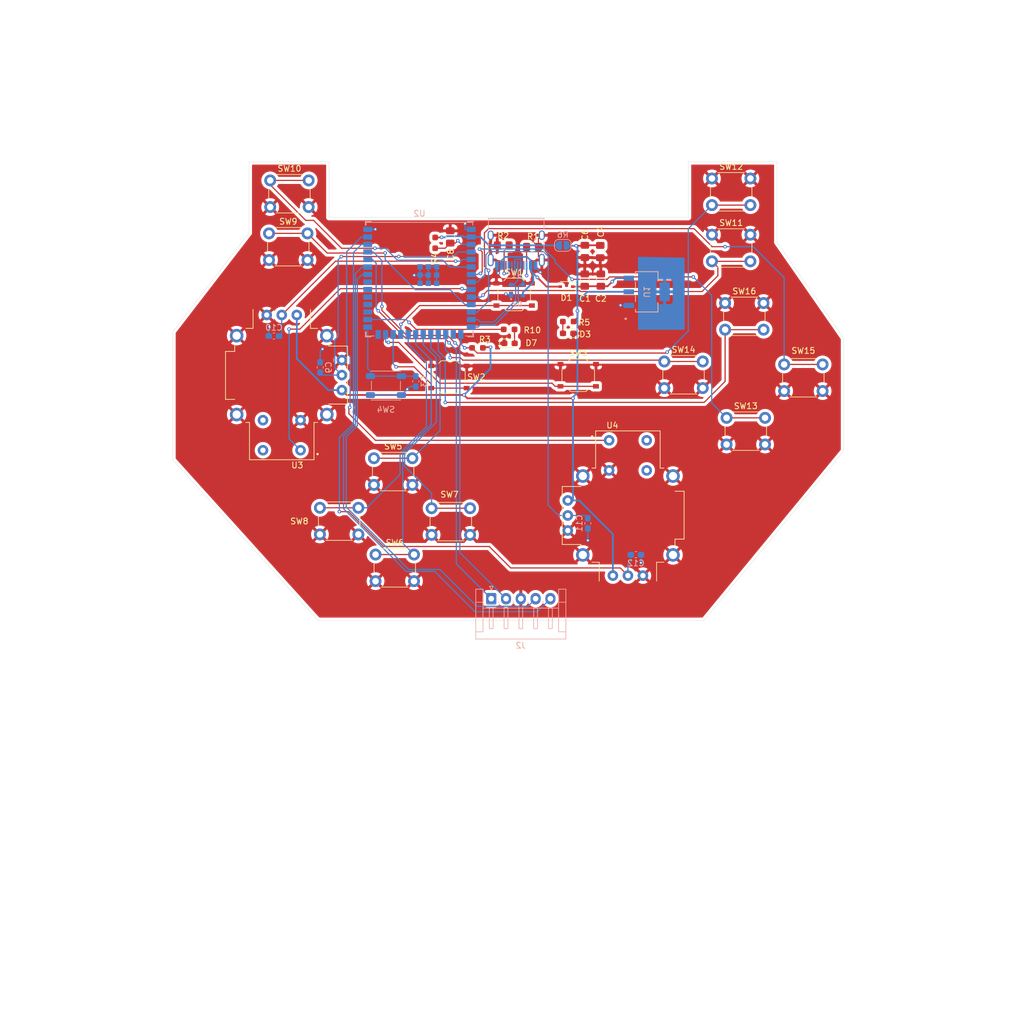
<source format=kicad_pcb>
(kicad_pcb (version 20241229) (generator "pcbnew") (generator_version "9.0")
  (layers (0 "F.Cu" signal) (2 "B.Cu" signal) (13 "F.Paste" user) (15 "B.Paste" user) (5 "F.SilkS" user "F.Silkscreen") (7 "B.SilkS" user "B.Silkscreen") (1 "F.Mask" user) (3 "B.Mask" user) (25 "Edge.Cuts" user))
  (net 0 "")
  (net 1 "GND")
  (net 2 "VCC_5V")
  (net 3 "GPIO0")
  (net 4 "VCC_3V3")
  (net 5 "/CHIP_PU")
  (net 6 "VBUS")
  (net 7 "D+")
  (net 8 "D-")
  (net 9 "Net-(D3-A)")
  (net 10 "Net-(D7-A)")
  (net 12 "/CC2")
  (net 13 "/CC1")
  (net 15 "TXD0")
  (net 16 "RXD0")
  (net 17 "GPIO42")
  (net 18 "GPIO41")
  (net 19 "GPIO2")
  (net 20 "GPIO8")
  (net 21 "GPIO1")
  (net 22 "GPIO15")
  (net 23 "GPIO7")
  (net 24 "GPIO10")
  (net 25 "GPIO9")
  (net 26 "GPIO11")
  (net 27 "GPIO12")
  (net 28 "GPIO14")
  (net 29 "GPIO16")
  (net 30 "GPIO5")
  (net 31 "GPIO13")
  (net 32 "GPIO4")
  (net 33 "GPIO18")
  (net 34 "GPIO6")
  (net 35 "GPIO17")
  (net 36 "GPIO3")
  (net 37 "ESP_3.3V")
  (net 38 "GPIO38")
  (net 39 "GPIO37")
  (net 40 "GPIO36")
  (net 41 "GPIO35")
  (net 42 "GPIO21")
  (net 43 "GPIO47")
  (net 44 "GPIO48")
  (net 45 "unconnected-(U1-EPAD-Pad4)")
  (footprint "Capacitor_SMD:C_0805_2012Metric_Pad1.18x1.45mm_HandSolder" (layer "F.Cu") (at 130.775 56.75 90)
    (property "Reference" "C8")
    (property "Value" "1uF")
  )
  (footprint "Button_Switch_THT:SW_PUSH_6mm" (layer "F.Cu") (at 100.15 56.15)
    (property "Reference" "SW9")
    (property "Value" "SW_Push")
  )
  (footprint "COM_09032:XDCR_COM-09032" (layer "F.Cu") (at 160.8 103.825)
    (property "Reference" "U4")
    (property "Value" "COM-09032")
  )
  (footprint "Button_Switch_THT:SW_PUSH_6mm" (layer "F.Cu") (at 175 46.875)
    (property "Reference" "SW12")
    (property "Value" "SW_Push")
  )
  (footprint "Button_Switch_THT:SW_PUSH_6mm" (layer "F.Cu") (at 193.7 82.8 180)
    (property "Reference" "SW15")
    (property "Value" "SW_Push")
  )
  (footprint "Button_Switch_THT:SW_PUSH_6mm" (layer "F.Cu") (at 134.125 107.1 180)
    (property "Reference" "SW7")
    (property "Value" "SW_Push")
  )
  (footprint "footprints:SW_Push_1P1T_XKB_TS-1187A" (layer "F.Cu") (at 152.4 80.125)
    (property "Reference" "SW3")
    (property "Value" "SW_Push")
  )
  (footprint "footprints:SW_Push_1P1T_XKB_TS-1187A" (layer "F.Cu") (at 130.55 80.425)
    (property "Reference" "SW2")
    (property "Value" "SW_Push")
  )
  (footprint "Resistor_SMD:R_0805_2012Metric_Pad1.20x1.40mm_HandSolder" (layer "F.Cu") (at 144.675 58.45 180)
    (property "Reference" "R1")
    (property "Value" "5.1K")
  )
  (footprint "Button_Switch_THT:SW_PUSH_6mm" (layer "F.Cu") (at 117.875 94.15)
    (property "Reference" "SW5")
    (property "Value" "SW_Push")
  )
  (footprint "Resistor_SMD:R_0603_1608Metric_Pad0.98x0.95mm_HandSolder" (layer "F.Cu") (at 140.725 72.375)
    (property "Reference" "R10")
    (property "Value" "1K")
  )
  (footprint "Resistor_SMD:R_0603_1608Metric_Pad0.98x0.95mm_HandSolder" (layer "F.Cu") (at 128.225 57.75 90)
    (property "Reference" "R4")
    (property "Value" "10K")
  )
  (footprint "Button_Switch_THT:SW_PUSH_6mm" (layer "F.Cu") (at 118.15 110.425)
    (property "Reference" "SW6")
    (property "Value" "SW_Push")
  )
  (footprint "LED_SMD:LED_0603_1608Metric_Pad1.05x0.95mm_HandSolder" (layer "F.Cu") (at 150.7 73.05 180)
    (property "Reference" "D3")
    (property "Value" "LED")
  )
  (footprint "Button_Switch_THT:SW_PUSH_6mm" (layer "F.Cu") (at 177.475 87.325)
    (property "Reference" "SW13")
    (property "Value" "SW_Push")
  )
  (footprint "footprints:SW_Push_1P1T_XKB_TS-1187A" (layer "F.Cu") (at 141.575 66.475)
    (property "Reference" "SW1")
    (property "Value" "SW_Push")
  )
  (footprint "Button_Switch_THT:SW_PUSH_6mm" (layer "F.Cu") (at 115.25 107.025 180)
    (property "Reference" "SW8")
    (property "Value" "SW_Push")
  )
  (footprint "COM_09032:XDCR_COM-09032" (layer "F.Cu") (at 102.3 80.1 180)
    (property "Reference" "U3")
    (property "Value" "COM-09032")
  )
  (footprint "Capacitor_SMD:C_0805_2012Metric_Pad1.18x1.45mm_HandSolder" (layer "F.Cu") (at 153.525 59.2 -90)
    (property "Reference" "C6")
    (property "Value" "10uF")
  )
  (footprint "Capacitor_SMD:C_0805_2012Metric_Pad1.18x1.45mm_HandSolder" (layer "F.Cu") (at 153.5 64.05 90)
    (property "Reference" "C1")
    (property "Value" "10uF")
  )
  (footprint "LED_SMD:LED_0603_1608Metric_Pad1.05x0.95mm_HandSolder" (layer "F.Cu") (at 140.79 74.735)
    (property "Reference" "D7")
    (property "Value" "LED")
  )
  (footprint "Resistor_SMD:R_0603_1608Metric_Pad0.98x0.95mm_HandSolder" (layer "F.Cu") (at 135.375 75.5)
    (property "Reference" "R3")
    (property "Value" "1K")
  )
  (footprint "Capacitor_SMD:C_0805_2012Metric_Pad1.18x1.45mm_HandSolder" (layer "F.Cu") (at 156.225 64.05 90)
    (property "Reference" "C2")
    (property "Value" "0.1uF")
  )
  (footprint "Button_Switch_THT:SW_PUSH_6mm" (layer "F.Cu") (at 166.95 77.8)
    (property "Reference" "SW14")
    (property "Value" "SW_Push")
  )
  (footprint "Button_Switch_THT:SW_PUSH_6mm" (layer "F.Cu") (at 100.35 47.2)
    (property "Reference" "SW10")
    (property "Value" "SW_Push")
  )
  (footprint "Button_Switch_THT:SW_PUSH_6mm" (layer "F.Cu") (at 177.225 67.925)
    (property "Reference" "SW16")
    (property "Value" "SW_Push")
  )
  (footprint "Resistor_SMD:R_0805_2012Metric_Pad1.20x1.40mm_HandSolder" (layer "F.Cu") (at 139.725 58.2)
    (property "Reference" "R2")
    (property "Value" "5.1K")
  )
  (footprint "Button_Switch_THT:SW_PUSH_6mm" (layer "F.Cu") (at 175 56.375)
    (property "Reference" "SW11")
    (property "Value" "SW_Push")
  )
  (footprint "Capacitor_SMD:C_0805_2012Metric_Pad1.18x1.45mm_HandSolder" (layer "F.Cu") (at 156.125 59.225 -90)
    (property "Reference" "C4")
    (property "Value" "0.1uF")
  )
  (footprint "Diode_SMD:D_SOD-323" (layer "F.Cu") (at 150.425 65.15 180)
    (property "Reference" "D1")
    (property "Value" "1N5819WS")
  )
  (footprint "Resistor_SMD:R_0603_1608Metric_Pad0.98x0.95mm_HandSolder" (layer "F.Cu") (at 150.7125 71.05 180)
    (property "Reference" "R5")
    (property "Value" "1K")
  )
  (footprint "Button_Switch_SMD:SW_SPST_PTS647_Sx38" (layer "B.Cu") (at 119.9 81.875)
    (property "Reference" "SW4")
    (property "Value" "SW_Push")
  )
  (footprint "Capacitor_SMD:C_0603_1608Metric_Pad1.08x0.95mm_HandSolder" (layer "B.Cu") (at 154.025 105.15 -90)
    (property "Reference" "C11")
    (property "Value" "1uF")
  )
  (footprint "Capacitor_SMD:C_0603_1608Metric_Pad1.08x0.95mm_HandSolder" (layer "B.Cu") (at 124.95 81.1625 90)
    (property "Reference" "C3")
    (property "Value" "0.1uF")
  )
  (footprint "Capacitor_SMD:C_0603_1608Metric_Pad1.08x0.95mm_HandSolder" (layer "B.Cu") (at 108.8 78.8 90)
    (property "Reference" "C9")
    (property "Value" "1uF")
  )
  (footprint "AZ1117CH_3_3TRG1:SOT-223_DIO" (layer "B.Cu") (at 163.975 66.0285 90)
    (property "Reference" "U1")
    (property "Value" "AZ1117CH-3.3TRG1")
  )
  (footprint "PRTR5V0U2X_215:PRTR5V0U2X_215" (layer "B.Cu") (at 142.05 65.75 90)
    (property "Reference" "D2")
    (property "Value" "PRTR5V0U2X_215")
  )
  (footprint "Connector_JST:JST_EH_S5B-EH_1x05_P2.50mm_Horizontal" (layer "B.Cu") (at 137.7 117.8925)
    (property "Reference" "J2")
    (property "Value" "Conn_01x05_Pin")
  )
  (footprint "Jumper:SolderJumper-2_P1.3mm_Open_RoundedPad1.0x1.5mm" (layer "B.Cu") (at 149.8 58.175 180)
    (property "Reference" "R6")
    (property "Value" "0")
  )
  (footprint "Capacitor_SMD:C_0603_1608Metric_Pad1.08x0.95mm_HandSolder" (layer "B.Cu") (at 100.975 73.5 180)
    (property "Reference" "C10")
    (property "Value" "1uF")
  )
  (footprint "12402012E212A:USB_C_Receptacle_HRO_TYPE-C-31-M-12" (layer "B.Cu") (at 141.925 57.515)
    (property "Reference" "J1")
    (property "Value" "USB_C_Receptacle_USB2.0_16P")
  )
  (footprint "Capacitor_SMD:C_0603_1608Metric_Pad1.08x0.95mm_HandSolder" (layer "B.Cu") (at 162.15 110.45)
    (property "Reference" "C12")
    (property "Value" "1uF")
  )
  (footprint "PCM_Espressif:ESP32-S3-WROOM-1U" (layer "B.Cu") (at 125.575 63.74 180)
    (property "Reference" "U2")
    (property "Value" "ESP32-S3-WROOM-1U-N4")
  )
  (gr_line (start 186 44.025) (end 186 57.65) (stroke (width 0.05)) (layer "Edge.Cuts"))
  (gr_line (start 83.875 94.4) (end 83.875 72.8) (stroke (width 0.05)) (layer "Edge.Cuts"))
  (gr_line (start 186 57.650001) (end 197.275 73.875) (stroke (width 0.05)) (layer "Edge.Cuts"))
  (gr_line (start 197.275 73.875) (end 197.275 92.9) (stroke (width 0.05)) (layer "Edge.Cuts"))
  (gr_line (start 110.3 44.025) (end 96.775 44.025) (stroke (width 0.05)) (layer "Edge.Cuts"))
  (gr_line (start 171 53.45) (end 171 44.025) (stroke (width 0.05)) (layer "Edge.Cuts"))
  (gr_line (start 108.425 121.575) (end 83.875 94.4) (stroke (width 0.05)) (layer "Edge.Cuts"))
  (gr_line (start 173.65 121.575) (end 108.425 121.575) (stroke (width 0.05)) (layer "Edge.Cuts"))
  (gr_line (start 171 53.45) (end 110.3 53.45) (stroke (width 0.05)) (layer "Edge.Cuts"))
  (gr_line (start 197.275 92.9) (end 173.65 121.575) (stroke (width 0.05)) (layer "Edge.Cuts"))
  (gr_line (start 110.3 53.45) (end 110.3 44.025) (stroke (width 0.05)) (layer "Edge.Cuts"))
  (gr_line (start 83.875 72.8) (end 96.775 56.078396) (stroke (width 0.05)) (layer "Edge.Cuts"))
  (gr_line (start 171 44.025) (end 186 44.025) (stroke (width 0.05)) (layer "Edge.Cuts"))
  (gr_line (start 96.775 44.025) (end 96.775 56.078396) (stroke (width 0.05)) (layer "Edge.Cuts"))
  (segment (start 145.675 57.035) (end 146.245 56.465) (width 0.2) (layer "F.Cu") (net 1))
  (segment (start 145.675 58.45) (end 145.675 60.075) (width 0.2) (layer "F.Cu") (net 1))
  (segment (start 144.8 57.575) (end 144.8 56.575) (width 0.2) (layer "F.Cu") (net 1))
  (segment (start 145.675 58.45) (end 145.675 57.035) (width 0.2) (layer "F.Cu") (net 1))
  (segment (start 145.675 60.075) (end 146.245 60.645) (width 0.2) (layer "F.Cu") (net 1))
  (segment (start 145.675 58.45) (end 144.8 57.575) (width 0.2) (layer "F.Cu") (net 1))
  (via (at 162.9968 111.8148) (size 0.6) (drill 0.3) (layers "F.Cu" "B.Cu") (net 1))
  (via (at 138.8873 62.8593) (size 0.6) (drill 0.3) (layers "F.Cu" "B.Cu") (net 1))
  (via (at 123.512 82.4875) (size 0.6) (drill 0.3) (layers "F.Cu" "B.Cu") (net 1))
  (via (at 100.2173 71.9311) (size 0.6) (drill 0.3) (layers "F.Cu" "B.Cu") (net 1))
  (via (at 154.0283 108.0362) (size 0.6) (drill 0.3) (layers "F.Cu" "B.Cu") (net 1))
  (via (at 140.1871 66.4114) (size 0.6) (drill 0.3) (layers "F.Cu" "B.Cu") (net 1))
  (via (at 146.0148 62.7259) (size 0.6) (drill 0.3) (layers "F.Cu" "B.Cu") (net 1))
  (via (at 124.6851 63.2214) (size 0.6) (drill 0.3) (layers "F.Cu" "B.Cu") (net 1))
  (via (at 159.5459 68.3008) (size 0.6) (drill 0.3) (layers "F.Cu" "B.Cu") (net 1))
  (via (at 133.2733 54.5144) (size 0.6) (drill 0.3) (layers "F.Cu" "B.Cu") (net 1))
  (via (at 118.1156 55.4581) (size 0.6) (drill 0.3) (layers "F.Cu" "B.Cu") (net 1))
  (via (at 109.1858 75.6972) (size 0.6) (drill 0.3) (layers "F.Cu" "B.Cu") (net 1))
  (segment (start 162.9968 111.8148) (end 163.0125 111.7991) (width 0.2) (layer "B.Cu") (net 1))
  (segment (start 109.1858 75.6972) (end 108.8 76.083) (width 0.2) (layer "B.Cu") (net 1))
  (segment (start 123.512 82.4875) (end 123.975 82.025) (width 0.2) (layer "B.Cu") (net 1))
  (segment (start 100.1125 72.0359) (end 100.1125 73.5) (width 0.2) (layer "B.Cu") (net 1))
  (segment (start 133.2733 54.5128) (end 133.2733 55.48) (width 0.2) (layer "B.Cu") (net 1))
  (segment (start 108.8 76.083) (end 108.8 77.9375) (width 0.2) (layer "B.Cu") (net 1))
  (segment (start 163.0125 111.7991) (end 163.0125 110.45) (width 0.2) (layer "B.Cu") (net 1))
  (segment (start 123.512 82.4875) (end 122.525 83.475) (width 0.2) (layer "B.Cu") (net 1))
  (segment (start 125.675 63.2) (end 125.675 61.8) (width 0.2) (layer "B.Cu") (net 1))
  (segment (start 145.175 61.8861) (end 145.175 61.56) (width 0.2) (layer "B.Cu") (net 1))
  (segment (start 141.05 66.5) (end 140.3983 66.5) (width 0.2) (layer "B.Cu") (net 1))
  (segment (start 117.8986 55.4581) (end 117.8767 55.48) (width 0.2) (layer "B.Cu") (net 1))
  (segment (start 140.3097 66.4114) (end 140.3983 66.5) (width 0.2) (layer "B.Cu") (net 1))
  (segment (start 116.825 55.48) (end 117.8767 55.48) (width 0.2) (layer "B.Cu") (net 1))
  (segment (start 100.2173 71.9311) (end 100.1125 72.0359) (width 0.2) (layer "B.Cu") (net 1))
  (segment (start 154.0283 108.0362) (end 154.025 108.0329) (width 0.2) (layer "B.Cu") (net 1))
  (segment (start 123.975 82.025) (end 124.95 82.025) (width 0.2) (layer "B.Cu") (net 1))
  (segment (start 159.5459 68.3008) (end 159.74 68.3008) (width 0.2) (layer "B.Cu") (net 1))
  (segment (start 125.675 64.6) (end 125.675 63.2) (width 0.2) (layer "B.Cu") (net 1))
  (segment (start 124.9019 63.2214) (end 124.9233 63.2) (width 0.2) (layer "B.Cu") (net 1))
  (segment (start 138.8873 62.8593) (end 138.675 62.647) (width 0.2) (layer "B.Cu") (net 1))
  (segment (start 133.2733 54.5144) (end 133.2733 54.5128) (width 0.2) (layer "B.Cu") (net 1))
  (segment (start 122.525 83.475) (end 117.275 83.475) (width 0.2) (layer "B.Cu") (net 1))
  (segment (start 128.475 61.8) (end 128.475 63.2) (width 0.2) (layer "B.Cu") (net 1))
  (segment (start 140.1871 66.4114) (end 140.3097 66.4114) (width 0.2) (layer "B.Cu") (net 1))
  (segment (start 138.675 62.647) (end 138.675 61.56) (width 0.2) (layer "B.Cu") (net 1))
  (segment (start 125.675 63.2) (end 124.9233 63.2) (width 0.2) (layer "B.Cu") (net 1))
  (segment (start 154.025 108.0329) (end 154.025 106.0125) (width 0.2) (layer "B.Cu") (net 1))
  (segment (start 133.2733 54.5128) (end 133.2733 54.5144) (width 0.2) (layer "B.Cu") (net 1))
  (segment (start 127.075 63.2) (end 125.675 63.2) (width 0.2) (layer "B.Cu") (net 1))
  (segment (start 127.075 61.8) (end 127.075 63.2) (width 0.2) (layer "B.Cu") (net 1))
  (segment (start 124.6851 63.2214) (end 124.9019 63.2214) (width 0.2) (layer "B.Cu") (net 1))
  (segment (start 146.0148 62.7259) (end 145.175 61.8861) (width 0.2) (layer "B.Cu") (net 1))
  (segment (start 127.075 61.8) (end 128.475 61.8) (width 0.2) (layer "B.Cu") (net 1))
  (segment (start 127.075 64.6) (end 127.075 63.2) (width 0.2) (layer "B.Cu") (net 1))
  (segment (start 134.325 55.48) (end 133.2733 55.48) (width 0.2) (layer "B.Cu") (net 1))
  (segment (start 118.1156 55.4581) (end 117.8986 55.4581) (width 0.2) (layer "B.Cu") (net 1))
  (segment (start 128.475 64.6) (end 128.475 63.2) (width 0.2) (layer "B.Cu") (net 1))
  (segment (start 160.95 68.3285) (end 159.7677 68.3285) (width 0.2) (layer "B.Cu") (net 1))
  (segment (start 159.74 68.3008) (end 159.7677 68.3285) (width 0.2) (layer "B.Cu") (net 1))
  (segment (start 133.2733 54.5128) (end 133.2733 54.5144) (width 0.2) (layer "B.Cu") (net 1))
  (segment (start 157.362 65.0875) (end 156.225 65.0875) (width 0.3) (layer "F.Cu") (net 2))
  (segment (start 151.475 65.15) (end 153.438 65.15) (width 0.3) (layer "F.Cu") (net 2))
  (segment (start 153.438 65.15) (end 153.5 65.0875) (width 0.3) (layer "F.Cu") (net 2))
  (segment (start 158.15 64.3) (end 157.362 65.0875) (width 0.3) (layer "F.Cu") (net 2))
  (segment (start 153.5 65.0875) (end 156.225 65.0875) (width 0.3) (layer "F.Cu") (net 2))
  (via (at 158.15 64.3) (size 0.6) (drill 0.3) (layers "F.Cu" "B.Cu") (net 2))
  (segment (start 160.946 63.725) (end 160.95 63.7285) (width 0.3) (layer "B.Cu") (net 2))
  (segment (start 158.725 63.725) (end 160.946 63.725) (width 0.3) (layer "B.Cu") (net 2))
  (segment (start 158.15 64.3) (end 158.725 63.725) (width 0.3) (layer "B.Cu") (net 2))
  (segment (start 117.275 79.425) (end 117.275 80.275) (width 0.2) (layer "B.Cu") (net 3))
  (segment (start 122.525 80.275) (end 124.925 80.275) (width 0.2) (layer "B.Cu") (net 3))
  (segment (start 116.825 78.975) (end 117.275 79.425) (width 0.2) (layer "B.Cu") (net 3))
  (segment (start 124.925 80.275) (end 124.95 80.3) (width 0.2) (layer "B.Cu") (net 3))
  (segment (start 116.825 71.99) (end 116.825 78.975) (width 0.2) (layer "B.Cu") (net 3))
  (segment (start 117.275 80.275) (end 122.525 80.275) (width 0.2) (layer "B.Cu") (net 3))
  (segment (start 153.4424 58.2451) (end 153.525 58.1625) (width 0.3) (layer "F.Cu") (net 4))
  (segment (start 152.2711 70.4039) (end 152.2711 69.2633) (width 0.3) (layer "F.Cu") (net 4))
  (segment (start 137.5807 75.3879) (end 136.3996 75.3879) (width 0.3) (layer "F.Cu") (net 4))
  (segment (start 151.5178 84.0142) (end 151.507 84.025) (width 0.3) (layer "F.Cu") (net 4))
  (segment (start 151.507 84.025) (end 133.6635 84.025) (width 0.3) (layer "F.Cu") (net 4))
  (segment (start 136.3996 75.3879) (end 136.2875 75.5) (width 0.3) (layer "F.Cu") (net 4))
  (segment (start 151.625 71.05) (end 152.2711 70.4039) (width 0.3) (layer "F.Cu") (net 4))
  (segment (start 112.46 82.64) (end 113.2833 83.4633) (width 0.3) (layer "F.Cu") (net 4))
  (segment (start 113.2833 83.4633) (end 133.1018 83.4633) (width 0.3) (layer "F.Cu") (net 4))
  (segment (start 152.0535 58.2451) (end 153.4424 58.2451) (width 0.3) (layer "F.Cu") (net 4))
  (segment (start 153.525 58.1625) (end 156.1 58.1625) (width 0.3) (layer "F.Cu") (net 4))
  (segment (start 133.6635 84.025) (end 133.1018 83.4633) (width 0.3) (layer "F.Cu") (net 4))
  (segment (start 156.1 58.1625) (end 156.125 58.1875) (width 0.3) (layer "F.Cu") (net 4))
  (via (at 137.5807 75.3879) (size 0.6) (drill 0.3) (layers "F.Cu" "B.Cu") (net 4))
  (via (at 133.1018 83.4633) (size 0.6) (drill 0.3) (layers "F.Cu" "B.Cu") (net 4))
  (via (at 151.5178 84.0142) (size 0.6) (drill 0.3) (layers "F.Cu" "B.Cu") (net 4))
  (via (at 152.0535 58.2451) (size 0.6) (drill 0.3) (layers "F.Cu" "B.Cu") (net 4))
  (via (at 152.2711 69.2633) (size 0.6) (drill 0.3) (layers "F.Cu" "B.Cu") (net 4))
  (segment (start 152.2711 58.4627) (end 152.0535 58.2451) (width 0.3) (layer "B.Cu") (net 4))
  (segment (start 158.26 113.985) (end 158.26 106.9704) (width 0.3) (layer "B.Cu") (net 4))
  (segment (start 152.2711 66.0285) (end 152.2711 58.4627) (width 0.3) (layer "B.Cu") (net 4))
  (segment (start 152.5746 101.285) (end 151.5178 101.285) (width 0.3) (layer "B.Cu") (net 4))
  (segment (start 160.95 66.0285) (end 153.9426 66.0285) (width 0.3) (layer "B.Cu") (net 4))
  (segment (start 152.2711 69.2633) (end 152.2711 66.0285) (width 0.3) (layer "B.Cu") (net 4))
  (segment (start 133.1018 83.4633) (end 137.5807 78.9844) (width 0.3) (layer "B.Cu") (net 4))
  (segment (start 151.5178 101.285) (end 150.64 101.285) (width 0.3) (layer "B.Cu") (net 4))
  (segment (start 137.5807 78.9844) (end 137.5807 75.3879) (width 0.3) (layer "B.Cu") (net 4))
  (segment (start 104.84 69.94) (end 104.84 77.3107) (width 0.3) (layer "B.Cu") (net 4))
  (segment (start 151.5178 84.0142) (end 151.5178 101.285) (width 0.3) (layer "B.Cu") (net 4))
  (segment (start 110.1693 82.64) (end 112.46 82.64) (width 0.3) (layer "B.Cu") (net 4))
  (segment (start 152.2711 83.0609) (end 152.2711 69.2633) (width 0.3) (layer "B.Cu") (net 4))
  (segment (start 153.9426 66.0285) (end 152.2711 67.7) (width 0.3) (layer "B.Cu") (net 4))
  (segment (start 104.84 77.3107) (end 110.1693 82.64) (width 0.3) (layer "B.Cu") (net 4))
  (segment (start 151.5178 83.8142) (end 152.2711 83.0609) (width 0.3) (layer "B.Cu") (net 4))
  (segment (start 152.0535 58.2451) (end 150.5201 58.2451) (width 0.3) (layer "B.Cu") (net 4))
  (segment (start 150.5201 58.2451) (end 150.45 58.175) (width 0.3) (layer "B.Cu") (net 4))
  (segment (start 151.5178 84.0142) (end 151.5178 83.8142) (width 0.3) (layer "B.Cu") (net 4))
  (segment (start 158.26 106.9704) (end 152.5746 101.285) (width 0.3) (layer "B.Cu") (net 4))
  (segment (start 132.049 57.3814) (end 131.6429 57.7875) (width 0.2) (layer "F.Cu") (net 5))
  (segment (start 129.9 58.6625) (end 130.775 57.7875) (width 0.2) (layer "F.Cu") (net 5))
  (segment (start 128.225 58.6625) (end 129.9 58.6625) (width 0.2) (layer "F.Cu") (net 5))
  (segment (start 131.6429 57.7875) (end 130.775 57.7875) (width 0.2) (layer "F.Cu") (net 5))
  (via (at 132.049 57.3814) (size 0.6) (drill 0.3) (layers "F.Cu" "B.Cu") (net 5))
  (segment (start 134.325 58.02) (end 132.6876 58.02) (width 0.2) (layer "B.Cu") (net 5))
  (segment (start 132.6876 58.02) (end 132.049 57.3814) (width 0.2) (layer "B.Cu") (net 5))
  (segment (start 147.05 65.15) (end 149.375 65.15) (width 0.3) (layer "F.Cu") (net 6))
  (segment (start 145.5 63.6) (end 147.05 65.15) (width 0.3) (layer "F.Cu") (net 6))
  (via (at 145.5 63.6) (size 0.6) (drill 0.3) (layers "F.Cu" "B.Cu") (net 6))
  (segment (start 144.8013 64.3905) (end 144.8013 62.9013) (width 0.3) (layer "B.Cu") (net 6))
  (segment (start 144.375 61.56) (end 144.375 60.7427) (width 0.3) (layer "B.Cu") (net 6))
  (segment (start 144.375 61.56) (end 144.375 62.475) (width 0.3) (layer "B.Cu") (net 6))
  (segment (start 144.375 62.475) (end 144.8013 62.9013) (width 0.3) (layer "B.Cu") (net 6))
  (segment (start 143.05 66.1418) (end 144.8013 64.3905) (width 0.3) (layer "B.Cu") (net 6))
  (segment (start 140.087 60.131) (end 139.475 60.7427) (width 0.3) (layer "B.Cu") (net 6))
  (segment (start 144.8013 62.9013) (end 145.5 63.6) (width 0.3) (layer "B.Cu") (net 6))
  (segment (start 143.05 66.7) (end 143.05 66.1418) (width 0.3) (layer "B.Cu") (net 6))
  (segment (start 143.763 60.131) (end 140.087 60.131) (width 0.3) (layer "B.Cu") (net 6))
  (segment (start 139.475 60.7427) (end 139.475 61.56) (width 0.3) (layer "B.Cu") (net 6))
  (segment (start 144.375 60.7427) (end 143.763 60.131) (width 0.3) (layer "B.Cu") (net 6))
  (segment (start 142.275 65.15) (end 142.275 67.6432) (width 0.2) (layer "B.Cu") (net 7))
  (segment (start 143.05 64.8) (end 142.625 64.8) (width 0.2) (layer "B.Cu") (net 7))
  (segment (start 141.675 61.56) (end 141.675 60.583) (width 0.2) (layer "B.Cu") (net 7))
  (segment (start 142.275 67.6432) (end 138.338 71.58) (width 0.2) (layer "B.Cu") (net 7))
  (segment (start 142.675 62.6475) (end 142.65 62.6725) (width 0.2) (layer "B.Cu") (net 7))
  (segment (start 142.65 63.625) (end 143.05 64.025) (width 0.2) (layer "B.Cu") (net 7))
  (segment (start 135.86 71.58) (end 135.45 71.99) (width 0.2) (layer "B.Cu") (net 7))
  (segment (start 142.675 61.56) (end 142.675 62.6475) (width 0.2) (layer "B.Cu") (net 7))
  (segment (start 141.724 60.534) (end 142.575 60.534) (width 0.2) (layer "B.Cu") (net 7))
  (segment (start 142.575 60.534) (end 142.675 60.634) (width 0.2) (layer "B.Cu") (net 7))
  (segment (start 138.338 71.58) (end 135.86 71.58) (width 0.2) (layer "B.Cu") (net 7))
  (segment (start 142.625 64.8) (end 142.275 65.15) (width 0.2) (layer "B.Cu") (net 7))
  (segment (start 142.675 60.634) (end 142.675 61.56) (width 0.2) (layer "B.Cu") (net 7))
  (segment (start 141.675 60.583) (end 141.724 60.534) (width 0.2) (layer "B.Cu") (net 7))
  (segment (start 135.45 71.99) (end 134.325 71.99) (width 0.2) (layer "B.Cu") (net 7))
  (segment (start 142.65 62.6725) (end 142.65 63.625) (width 0.2) (layer "B.Cu") (net 7))
  (segment (start 143.05 64.025) (end 143.05 64.8) (width 0.2) (layer "B.Cu") (net 7))
  (segment (start 141.175 62.537) (end 141.224 62.586) (width 0.2) (layer "B.Cu") (net 8))
  (segment (start 141.5 64.8) (end 141.825 65.125) (width 0.2) (layer "B.Cu") (net 8))
  (segment (start 135.86 71.13) (end 135.45 70.72) (width 0.2) (layer "B.Cu") (net 8))
  (segment (start 142.2 64.1) (end 141.5 64.8) (width 0.2) (layer "B.Cu") (net 8))
  (segment (start 141.825 67.4568) (end 138.152 71.13) (width 0.2) (layer "B.Cu") (net 8))
  (segment (start 141.825 65.125) (end 141.825 67.4568) (width 0.2) (layer "B.Cu") (net 8))
  (segment (start 142.2 62.6725) (end 142.2 64.1) (width 0.2) (layer "B.Cu") (net 8))
  (segment (start 142.175 62.6475) (end 142.2 62.6725) (width 0.2) (layer "B.Cu") (net 8))
  (segment (start 141.175 61.56) (end 141.175 62.537) (width 0.2) (layer "B.Cu") (net 8))
  (segment (start 138.152 71.13) (end 135.86 71.13) (width 0.2) (layer "B.Cu") (net 8))
  (segment (start 141.224 62.586) (end 142.126 62.586) (width 0.2) (layer "B.Cu") (net 8))
  (segment (start 142.126 62.586) (end 142.175 62.537) (width 0.2) (layer "B.Cu") (net 8))
  (segment (start 142.175 61.56) (end 142.175 62.6475) (width 0.2) (layer "B.Cu") (net 8))
  (segment (start 142.175 62.537) (end 142.175 61.56) (width 0.2) (layer "B.Cu") (net 8))
  (segment (start 141.05 64.8) (end 141.5 64.8) (width 0.2) (layer "B.Cu") (net 8))
  (segment (start 135.45 70.72) (end 134.325 70.72) (width 0.2) (layer "B.Cu") (net 8))
  (segment (start 149.825 73.05) (end 149.8 73.025) (width 0.2) (layer "F.Cu") (net 9))
  (segment (start 149.8 73.025) (end 149.8 71.05) (width 0.2) (layer "F.Cu") (net 9))
  (segment (start 141.6375 72.375) (end 141.6375 74.7075) (width 0.2) (layer "F.Cu") (net 10))
  (segment (start 141.6375 74.7075) (end 141.665 74.735) (width 0.2) (layer "F.Cu") (net 10))
  (segment (start 143.675 63.275) (end 143.675 58.45) (width 0.2) (layer "F.Cu") (net 12))
  (via (at 143.675 63.275) (size 0.6) (drill 0.3) (layers "F.Cu" "B.Cu") (net 12))
  (segment (start 143.675 61.56) (end 143.675 63.275) (width 0.2) (layer "B.Cu") (net 12))
  (segment (start 139.8814 62.93) (end 139.8814 59.0436) (width 0.2) (layer "F.Cu") (net 13))
  (segment (start 139.8814 59.0436) (end 140.725 58.2) (width 0.2) (layer "F.Cu") (net 13))
  (via (at 139.8814 62.93) (size 0.6) (drill 0.3) (layers "F.Cu" "B.Cu") (net 13))
  (segment (start 140.626 61.56) (end 140.675 61.56) (width 0.2) (layer "B.Cu") (net 13))
  (segment (start 140.675 61.56) (end 140.675 62.65) (width 0.2) (layer "B.Cu") (net 13))
  (segment (start 140.675 62.65) (end 140.395 62.93) (width 0.2) (layer "B.Cu") (net 13))
  (segment (start 140.395 62.93) (end 139.8814 62.93) (width 0.2) (layer "B.Cu") (net 13))
  (segment (start 130.325 73.4) (end 131.575 74.65) (width 0.2) (layer "F.Cu") (net 15))
  (segment (start 123.450057 73.4) (end 130.325 73.4) (width 0.2) (layer "F.Cu") (net 15))
  (segment (start 119.225 69.174943) (end 123.450057 73.4) (width 0.2) (layer "F.Cu") (net 15))
  (segment (start 119.225 68.5) (end 119.225 69.174943) (width 0.2) (layer "F.Cu") (net 15))
  (via (at 131.575 74.65) (size 0.6) (drill 0.3) (layers "F.Cu" "B.Cu") (net 15))
  (via (at 119.225 68.5) (size 0.6) (drill 0.3) (layers "F.Cu" "B.Cu") (net 15))
  (segment (start 117.775 59.29) (end 116.825 59.29) (width 0.2) (layer "B.Cu") (net 15))
  (segment (start 132.4008 75.4758) (end 131.575 74.65) (width 0.2) (layer "B.Cu") (net 15))
  (segment (start 132.4008 110.0933) (end 132.4008 75.4758) (width 0.2) (layer "B.Cu") (net 15))
  (segment (start 119.225 68.5) (end 119.225 60.74) (width 0.2) (layer "B.Cu") (net 15))
  (segment (start 119.225 60.74) (end 117.775 59.29) (width 0.2) (layer "B.Cu") (net 15))
  (segment (start 140.2 117.8925) (end 132.4008 110.0933) (width 0.2) (layer "B.Cu") (net 15))
  (segment (start 123.3169 73.9388) (end 129.8917 73.9388) (width 0.2) (layer "F.Cu") (net 16))
  (segment (start 118.612 69.2339) (end 123.3169 73.9388) (width 0.2) (layer "F.Cu") (net 16))
  (segment (start 129.8917 73.9388) (end 130.5879 74.635) (width 0.2) (layer "F.Cu") (net 16))
  (via (at 130.5879 74.635) (size 0.6) (drill 0.3) (layers "F.Cu" "B.Cu") (net 16))
  (via (at 118.612 69.2339) (size 0.6) (drill 0.3) (layers "F.Cu" "B.Cu") (net 16))
  (segment (start 118.25 61.175) (end 118.25 68.8719) (width 0.2) (layer "B.Cu") (net 16))
  (segment (start 116.825 60.56) (end 117.635 60.56) (width 0.2) (layer "B.Cu") (net 16))
  (segment (start 117.635 60.56) (end 118.25 61.175) (width 0.2) (layer "B.Cu") (net 16))
  (segment (start 131.8 111.9925) (end 131.8 75.8471) (width 0.2) (layer "B.Cu") (net 16))
  (segment (start 118.25 68.8719) (end 118.612 69.2339) (width 0.2) (layer "B.Cu") (net 16))
  (segment (start 131.8 75.8471) (end 130.5879 74.635) (width 0.2) (layer "B.Cu") (net 16))
  (segment (start 137.7 117.8925) (end 131.8 111.9925) (width 0.2) (layer "B.Cu") (net 16))
  (segment (start 123.349 113.284108) (end 128.159108 113.284108) (width 0.2) (layer "B.Cu") (net 17))
  (segment (start 114.753 88.408262) (end 112.75 90.411262) (width 0.2) (layer "B.Cu") (net 17))
  (segment (start 114.753 62.952) (end 114.753 88.408262) (width 0.2) (layer "B.Cu") (net 17))
  (segment (start 112.75 90.411262) (end 112.75 102.685108) (width 0.2) (layer "B.Cu") (net 17))
  (segment (start 112.75 102.685108) (end 123.349 113.284108) (width 0.2) (layer "B.Cu") (net 17))
  (segment (start 134.975 120.1) (end 145.4925 120.1) (width 0.2) (layer "B.Cu") (net 17))
  (segment (start 128.159108 113.284108) (end 134.975 120.1) (width 0.2) (layer "B.Cu") (net 17))
  (segment (start 115.875 61.83) (end 114.753 62.952) (width 0.2) (layer "B.Cu") (net 17))
  (segment (start 116.825 61.83) (end 115.875 61.83) (width 0.2) (layer "B.Cu") (net 17))
  (segment (start 145.4925 120.1) (end 147.7 117.8925) (width 0.2) (layer "B.Cu") (net 17))
  (segment (start 113.2 102.4) (end 123.756108 112.956108) (width 0.2) (layer "B.Cu") (net 18))
  (segment (start 115.875 63.1) (end 115.081 63.894) (width 0.2) (layer "B.Cu") (net 18))
  (segment (start 115.081 88.619) (end 113.2 90.5) (width 0.2) (layer "B.Cu") (net 18))
  (segment (start 113.2 90.5) (end 113.2 102.4) (width 0.2) (layer "B.Cu") (net 18))
  (segment (start 143.924 119.1685) (end 145.2 117.8925) (width 0.2) (layer "B.Cu") (net 18))
  (segment (start 129.056108 112.956108) (end 135.2685 119.1685) (width 0.2) (layer "B.Cu") (net 18))
  (segment (start 116.825 63.1) (end 115.875 63.1) (width 0.2) (layer "B.Cu") (net 18))
  (segment (start 123.756108 112.956108) (end 129.056108 112.956108) (width 0.2) (layer "B.Cu") (net 18))
  (segment (start 115.081 63.894) (end 115.081 88.619) (width 0.2) (layer "B.Cu") (net 18))
  (segment (start 135.2685 119.1685) (end 143.924 119.1685) (width 0.2) (layer "B.Cu") (net 18))
  (segment (start 137.3646 109.067) (end 119.4921 109.067) (width 0.2) (layer "F.Cu") (net 19))
  (segment (start 113.6039 103.1788) (end 112.0406 103.1788) (width 0.2) (layer "F.Cu") (net 19))
  (segment (start 119.4921 109.067) (end 113.6039 103.1788) (width 0.2) (layer "F.Cu") (net 19))
  (segment (start 160.8 113.985) (end 159.5072 112.6922) (width 0.2) (layer "F.Cu") (net 19))
  (segment (start 140.9898 112.6922) (end 137.3646 109.067) (width 0.2) (layer "F.Cu") (net 19))
  (segment (start 159.5072 112.6922) (end 140.9898 112.6922) (width 0.2) (layer "F.Cu") (net 19))
  (via (at 112.0406 103.1788) (size 0.6) (drill 0.3) (layers "F.Cu" "B.Cu") (net 19))
  (segment (start 114.425 59.3683) (end 114.425 88.2724) (width 0.2) (layer "B.Cu") (net 19))
  (segment (start 112.0406 90.6568) (end 112.0406 103.1788) (width 0.2) (layer "B.Cu") (net 19))
  (segment (start 160.8 112.1) (end 160.8 113.985) (width 0.2) (layer "B.Cu") (net 19))
  (segment (start 114.425 88.2724) (end 112.0406 90.6568) (width 0.2) (layer "B.Cu") (net 19))
  (segment (start 116.825 58.02) (end 115.7733 58.02) (width 0.2) (layer "B.Cu") (net 19))
  (segment (start 161.2875 110.45) (end 161.3 110.4625) (width 0.2) (layer "B.Cu") (net 19))
  (segment (start 115.7733 58.02) (end 114.425 59.3683) (width 0.2) (layer "B.Cu") (net 19))
  (segment (start 161.3 111.6) (end 160.8 112.1) (width 0.2) (layer "B.Cu") (net 19))
  (segment (start 161.3 110.4625) (end 161.3 111.6) (width 0.2) (layer "B.Cu") (net 19))
  (segment (start 193.7 78.3) (end 187.2 78.3) (width 0.2) (layer "F.Cu") (net 20))
  (segment (start 136.55 56.0575) (end 136.55 61.7312) (width 0.2) (layer "F.Cu") (net 20))
  (segment (start 137.2584 55.3491) (end 136.55 56.0575) (width 0.2) (layer "F.Cu") (net 20))
  (segment (start 171.9741 55.3491) (end 137.2584 55.3491) (width 0.2) (layer "F.Cu") (net 20))
  (segment (start 136.55 61.7312) (end 137.2447 62.4259) (width 0.2) (layer "F.Cu") (net 20))
  (segment (start 177.225 58.4) (end 175.025 58.4) (width 0.2) (layer "F.Cu") (net 20))
  (segment (start 175.025 58.4) (end 171.9741 55.3491) (width 0.2) (layer "F.Cu") (net 20))
  (via (at 137.2447 62.4259) (size 0.6) (drill 0.3) (layers "F.Cu" "B.Cu") (net 20))
  (via (at 177.225 58.4) (size 0.6) (drill 0.3) (layers "F.Cu" "B.Cu") (net 20))
  (segment (start 181.9872 58.4) (end 187.2 63.6128) (width 0.2) (layer "B.Cu") (net 20))
  (segment (start 177.225 58.4) (end 181.9872 58.4) (width 0.2) (layer "B.Cu") (net 20))
  (segment (start 137.2447 67.582) (end 137.2447 62.4259) (width 0.2) (layer "B.Cu") (net 20))
  (segment (start 135.3767 69.45) (end 137.2447 67.582) (width 0.2) (layer "B.Cu") (net 20))
  (segment (start 134.325 69.45) (end 135.3767 69.45) (width 0.2) (layer "B.Cu") (net 20))
  (segment (start 187.2 63.6128) (end 187.2 78.3) (width 0.2) (layer "B.Cu") (net 20))
  (segment (start 118.1418 91.125) (end 157.625 91.125) (width 0.2) (layer "F.Cu") (net 21))
  (segment (start 113.65 85.675) (end 113.65 86.6332) (width 0.2) (layer "F.Cu") (net 21))
  (segment (start 113.775 85.55) (end 113.65 85.675) (width 0.2) (layer "F.Cu") (net 21))
  (segment (start 113.65 86.6332) (end 118.1418 91.125) (width 0.2) (layer "F.Cu") (net 21))
  (via (at 113.775 85.55) (size 0.6) (drill 0.3) (layers "F.Cu" "B.Cu") (net 21))
  (segment (start 113.275 59.2483) (end 115.7733 56.75) (width 0.2) (layer "B.Cu") (net 21))
  (segment (start 113.275 76.4) (end 113.275 59.2483) (width 0.2) (layer "B.Cu") (net 21))
  (segment (start 115.7733 56.75) (end 116.825 56.75) (width 0.2) (layer "B.Cu") (net 21))
  (segment (start 113.775 85.55) (end 113.85 85.475) (width 0.2) (layer "B.Cu") (net 21))
  (segment (start 113.85 85.475) (end 113.85 76.975) (width 0.2) (layer "B.Cu") (net 21))
  (segment (start 113.85 76.975) (end 113.275 76.4) (width 0.2) (layer "B.Cu") (net 21))
  (segment (start 135.3767 64.37) (end 134.325 64.37) (width 0.2) (layer "B.Cu") (net 22))
  (segment (start 147.3152 102.0652) (end 147.3152 60.0198) (width 0.2) (layer "B.Cu") (net 22))
  (segment (start 136.643 62.1768) (end 136.643 63.1037) (width 0.2) (layer "B.Cu") (net 22))
  (segment (start 137.3182 59.2376) (end 136.8033 59.7525) (width 0.2) (layer "B.Cu") (net 22))
  (segment (start 146.533 59.2376) (end 137.3182 59.2376) (width 0.2) (layer "B.Cu") (net 22))
  (segment (start 147.3152 60.0198) (end 146.533 59.2376) (width 0.2) (layer "B.Cu") (net 22))
  (segment (start 153.5625 103.825) (end 154.025 104.2875) (width 0.2) (layer "B.Cu") (net 22))
  (segment (start 150.64 103.825) (end 149.075 103.825) (width 0.2) (layer "B.Cu") (net 22))
  (segment (start 136.8033 62.0165) (end 136.643 62.1768) (width 0.2) (layer "B.Cu") (net 22))
  (segment (start 136.643 63.1037) (end 135.3767 64.37) (width 0.2) (layer "B.Cu") (net 22))
  (segment (start 136.8033 59.7525) (end 136.8033 62.0165) (width 0.2) (layer "B.Cu") (net 22))
  (segment (start 150.64 103.825) (end 153.5625 103.825) (width 0.2) (layer "B.Cu") (net 22))
  (segment (start 149.075 103.825) (end 147.3152 102.0652) (width 0.2) (layer "B.Cu") (net 22))
  (segment (start 177.475 87.325) (end 183.975 87.325) (width 0.2) (layer "F.Cu") (net 23))
  (segment (start 136.175 59.275) (end 136.175 62.6392) (width 0.2) (layer "F.Cu") (net 23))
  (segment (start 151.375 63.9205) (end 157.2773 63.9205) (width 0.2) (layer "F.Cu") (net 23))
  (segment (start 136.175 62.6392) (end 135.8892 62.925) (width 0.2) (layer "F.Cu") (net 23))
  (segment (start 157.2773 63.9205) (end 157.6932 63.5046) (width 0.2) (layer "F.Cu") (net 23))
  (segment (start 135.725 58.825) (end 136.175 59.275) (width 0.2) (layer "F.Cu") (net 23))
  (segment (start 157.6932 63.5046) (end 171.85 63.5046) (width 0.2) (layer "F.Cu") (net 23))
  (via (at 135.8892 62.925) (size 0.6) (drill 0.3) (layers "F.Cu" "B.Cu") (net 23))
  (via (at 135.725 58.825) (size 0.6) (drill 0.3) (layers "F.Cu" "B.Cu") (net 23))
  (via (at 171.85 63.5046) (size 0.6) (drill 0.3) (layers "F.Cu" "B.Cu") (net 23))
  (via (at 151.375 63.9205) (size 0.6) (drill 0.3) (layers "F.Cu" "B.Cu") (net 23))
  (segment (start 148.4796 60.6103) (end 148.4796 61.0251) (width 0.2) (layer "B.Cu") (net 23))
  (segment (start 135.7585 58.7915) (end 146.6608 58.7915) (width 0.2) (layer "B.Cu") (net 23))
  (segment (start 135.8892 62.925) (end 135.5517 62.925) (width 0.2) (layer "B.Cu") (net 23))
  (segment (start 146.6608 58.7915) (end 148.4796 60.6103) (width 0.2) (layer "B.Cu") (net 23))
  (segment (start 174.9548 66.6094) (end 174.9548 84.8048) (width 0.2) (layer "B.Cu") (net 23))
  (segment (start 174.9548 84.8048) (end 177.475 87.325) (width 0.2) (layer "B.Cu") (net 23))
  (segment (start 171.85 63.5046) (end 174.9548 66.6094) (width 0.2) (layer "B.Cu") (net 23))
  (segment (start 135.725 58.825) (end 135.7585 58.7915) (width 0.2) (layer "B.Cu") (net 23))
  (segment (start 148.4796 61.0251) (end 151.375 63.9205) (width 0.2) (layer "B.Cu") (net 23))
  (segment (start 134.325 63.1) (end 135.3767 63.1) (width 0.2) (layer "B.Cu") (net 23))
  (segment (start 135.5517 62.925) (end 135.3767 63.1) (width 0.2) (layer "B.Cu") (net 23))
  (segment (start 177.225 81.175) (end 173.6858 84.7142) (width 0.2) (layer "F.Cu") (net 24))
  (segment (start 173.6858 84.7142) (end 129.937 84.7142) (width 0.2) (layer "F.Cu") (net 24))
  (segment (start 183.725 72.425) (end 177.225 72.425) (width 0.2) (layer "F.Cu") (net 24))
  (segment (start 177.225 72.425) (end 177.225 81.175) (width 0.2) (layer "F.Cu") (net 24))
  (via (at 129.937 84.7142) (size 0.6) (drill 0.3) (layers "F.Cu" "B.Cu") (net 24))
  (segment (start 128.75 76.0393) (end 128.75 74.2917) (width 0.2) (layer "B.Cu") (net 24))
  (segment (start 128.75 73.24) (end 128.75 74.2917) (width 0.2) (layer "B.Cu") (net 24))
  (segment (start 129.937 77.2263) (end 128.75 76.0393) (width 0.2) (layer "B.Cu") (net 24))
  (segment (start 129.937 84.7142) (end 129.937 77.2263) (width 0.2) (layer "B.Cu") (net 24))
  (segment (start 132.4648 77.15) (end 132.8888 77.574) (width 0.2) (layer "F.Cu") (net 25))
  (segment (start 130.775 77.15) (end 132.4648 77.15) (width 0.2) (layer "F.Cu") (net 25))
  (segment (start 166.95 77.8) (end 168.0332 77.8) (width 0.2) (layer "F.Cu") (net 25))
  (segment (start 168.0332 77.8) (end 173.45 77.8) (width 0.2) (layer "F.Cu") (net 25))
  (segment (start 166.724 77.574) (end 166.95 77.8) (width 0.2) (layer "F.Cu") (net 25))
  (segment (start 132.8888 77.574) (end 166.724 77.574) (width 0.2) (layer "F.Cu") (net 25))
  (via (at 130.775 77.15) (size 0.6) (drill 0.3) (layers "F.Cu" "B.Cu") (net 25))
  (segment (start 130.775 77.15) (end 130.775 76.6204) (width 0.2) (layer "B.Cu") (net 25))
  (segment (start 129.9655 75.8109) (end 129.9655 74.3462) (width 0.2) (layer "B.Cu") (net 25))
  (segment (start 129.9655 74.3462) (end 130.02 74.2917) (width 0.2) (layer "B.Cu") (net 25))
  (segment (start 130.775 76.6204) (end 129.9655 75.8109) (width 0.2) (layer "B.Cu") (net 25))
  (segment (start 130.02 74.2917) (end 130.02 73.24) (width 0.2) (layer "B.Cu") (net 25))
  (segment (start 117.875 94.15) (end 124.375 94.15) (width 0.2) (layer "F.Cu") (net 26))
  (segment (start 127.48 73.24) (end 127.475 73.245) (width 0.2) (layer "B.Cu") (net 26))
  (segment (start 129.05 77.1) (end 129.05 89.475) (width 0.2) (layer "B.Cu") (net 26))
  (segment (start 127.475 73.245) (end 127.475 75.525) (width 0.2) (layer "B.Cu") (net 26))
  (segment (start 129.05 89.475) (end 124.375 94.15) (width 0.2) (layer "B.Cu") (net 26))
  (segment (start 127.475 75.525) (end 129.05 77.1) (width 0.2) (layer "B.Cu") (net 26))
  (segment (start 127.625 102.6) (end 134.125 102.6) (width 0.2) (layer "F.Cu") (net 27))
  (segment (start 123.074 95.5091) (end 127.625 100.06) (width 0.2) (layer "B.Cu") (net 27))
  (segment (start 126.2 74.975) (end 128.425 77.2) (width 0.2) (layer "B.Cu") (net 27))
  (segment (start 123.074 93.401) (end 123.074 95.5091) (width 0.2) (layer "B.Cu") (net 27))
  (segment (start 126.2 73.25) (end 126.2 74.975) (width 0.2) (layer "B.Cu") (net 27))
  (segment (start 127.625 100.06) (end 127.625 102.6) (width 0.2) (layer "B.Cu") (net 27))
  (segment (start 128.425 77.2) (end 128.425 88.05) (width 0.2) (layer "B.Cu") (net 27))
  (segment (start 126.21 73.24) (end 126.2 73.25) (width 0.2) (layer "B.Cu") (net 27))
  (segment (start 128.425 88.05) (end 123.074 93.401) (width 0.2) (layer "B.Cu") (net 27))
  (segment (start 108.75 102.525) (end 115.25 102.525) (width 0.2) (layer "F.Cu") (net 28))
  (segment (start 123.67 73.24) (end 123.67 74.845) (width 0.2) (layer "B.Cu") (net 28))
  (segment (start 123.67 74.845) (end 126.75 77.925) (width 0.2) (layer "B.Cu") (net 28))
  (segment (start 122.3 93.2473) (end 122.3 96.8892) (width 0.2) (layer "B.Cu") (net 28))
  (segment (start 116.664 102.525) (end 115.25 102.525) (width 0.2) (layer "B.Cu") (net 28))
  (segment (start 126.75 88.7973) (end 122.3 93.2473) (width 0.2) (layer "B.Cu") (net 28))
  (segment (start 126.75 77.925) (end 126.75 88.7973) (width 0.2) (layer "B.Cu") (net 28))
  (segment (start 122.3 96.8892) (end 116.664 102.525) (width 0.2) (layer "B.Cu") (net 28))
  (segment (start 105.3602 72.3334) (end 103.5325 72.3334) (width 0.2) (layer "F.Cu") (net 29))
  (segment (start 112.2039 65.4897) (end 105.3602 72.3334) (width 0.2) (layer "F.Cu") (net 29))
  (segment (start 132.7629 65.4897) (end 112.2039 65.4897) (width 0.2) (layer "F.Cu") (net 29))
  (via (at 103.5325 72.3334) (size 0.6) (drill 0.3) (layers "F.Cu" "B.Cu") (net 29))
  (via (at 132.7629 65.4897) (size 0.6) (drill 0.3) (layers "F.Cu" "B.Cu") (net 29))
  (segment (start 103.5325 72.3334) (end 103.5325 90.8575) (width 0.2) (layer "B.Cu") (net 29))
  (segment (start 103.5325 90.8575) (end 105.475 92.8) (width 0.2) (layer "B.Cu") (net 29))
  (segment (start 134.325 65.64) (end 132.9132 65.64) (width 0.2) (layer "B.Cu") (net 29))
  (segment (start 132.9132 65.64) (end 132.7629 65.4897) (width 0.2) (layer "B.Cu") (net 29))
  (segment (start 131.675 60.85) (end 111.39 60.85) (width 0.2) (layer "F.Cu") (net 30))
  (segment (start 111.39 60.85) (end 102.3 69.94) (width 0.2) (layer "F.Cu") (net 30))
  (via (at 131.675 60.85) (size 0.6) (drill 0.3) (layers "F.Cu" "B.Cu") (net 30))
  (segment (start 102.3 73.0375) (end 102.3 69.94) (width 0.2) (layer "B.Cu") (net 30))
  (segment (start 133.2733 60.56) (end 134.325 60.56) (width 0.2) (layer "B.Cu") (net 30))
  (segment (start 101.8375 73.5) (end 102.3 73.0375) (width 0.2) (layer "B.Cu") (net 30))
  (segment (start 133.2733 60.5601) (end 133.2733 60.56) (width 0.2) (layer "B.Cu") (net 30))
  (segment (start 131.675 60.85) (end 132.5818 60.85) (width 0.2) (layer "B.Cu") (net 30))
  (segment (start 132.8717 60.5601) (end 133.2733 60.5601) (width 0.2) (layer "B.Cu") (net 30))
  (segment (start 132.5818 60.85) (end 132.8717 60.5601) (width 0.2) (layer "B.Cu") (net 30))
  (segment (start 118.15 110.425) (end 124.65 110.425) (width 0.2) (layer "F.Cu") (net 31))
  (segment (start 122.746 108.521) (end 124.65 110.425) (width 0.2) (layer "B.Cu") (net 31))
  (segment (start 124.94 74.915) (end 127.55 77.525) (width 0.2) (layer "B.Cu") (net 31))
  (segment (start 122.746 93.2651) (end 122.746 108.521) (width 0.2) (layer "B.Cu") (net 31))
  (segment (start 127.55 88.4611) (end 122.746 93.2651) (width 0.2) (layer "B.Cu") (net 31))
  (segment (start 124.94 73.24) (end 124.94 74.915) (width 0.2) (layer "B.Cu") (net 31))
  (segment (start 127.55 77.525) (end 127.55 88.4611) (width 0.2) (layer "B.Cu") (net 31))
  (segment (start 122.05 60.0654) (end 112.3778 60.0654) (width 0.2) (layer "F.Cu") (net 32))
  (segment (start 122.061736 60.053664) (end 122.05 60.0654) (width 0.2) (layer "F.Cu") (net 32))
  (via (at 122.061736 60.053664) (size 0.6) (drill 0.3) (layers "F.Cu" "B.Cu") (net 32))
  (via (at 112.3778 60.0654) (size 0.6) (drill 0.3) (layers "F.Cu" "B.Cu") (net 32))
  (segment (start 122.061736 60.053664) (end 122.0654 60.05) (width 0.2) (layer "B.Cu") (net 32))
  (segment (start 111.825 73.569625) (end 111.25 74.144625) (width 0.2) (layer "B.Cu") (net 32))
  (segment (start 132.075 59.3) (end 134.315 59.3) (width 0.2) (layer "B.Cu") (net 32))
  (segment (start 131.325 60.05) (end 132.075 59.3) (width 0.2) (layer "B.Cu") (net 32))
  (segment (start 112.46 80.1) (end 109.2375 80.1) (width 0.2) (layer "B.Cu") (net 32))
  (segment (start 111.25 78.89) (end 112.46 80.1) (width 0.2) (layer "B.Cu") (net 32))
  (segment (start 111.25 74.144625) (end 111.25 78.89) (width 0.2) (layer "B.Cu") (net 32))
  (segment (start 122.0654 60.05) (end 131.325 60.05) (width 0.2) (layer "B.Cu") (net 32))
  (segment (start 134.315 59.3) (end 134.325 59.29) (width 0.2) (layer "B.Cu") (net 32))
  (segment (start 109.2375 80.1) (end 108.8 79.6625) (width 0.2) (layer "B.Cu") (net 32))
  (segment (start 112.3778 60.0654) (end 111.825 60.6182) (width 0.2) (layer "B.Cu") (net 32))
  (segment (start 111.825 60.6182) (end 111.825 73.569625) (width 0.2) (layer "B.Cu") (net 32))
  (segment (start 106.65 56.15) (end 100.15 56.15) (width 0.2) (layer "F.Cu") (net 33))
  (segment (start 112.637343 59.475) (end 112.626743 59.4644) (width 0.2) (layer "F.Cu") (net 33))
  (segment (start 119.7654 59.475) (end 112.637343 59.475) (width 0.2) (layer "F.Cu") (net 33))
  (segment (start 109.975 59.475) (end 106.65 56.15) (width 0.2) (layer "F.Cu") (net 33))
  (segment (start 112.626743 59.4644) (end 112.128857 59.4644) (width 0.2) (layer "F.Cu") (net 33))
  (segment (start 119.775 59.4654) (end 119.7654 59.475) (width 0.2) (layer "F.Cu") (net 33))
  (segment (start 112.128857 59.4644) (end 112.118257 59.475) (width 0.2) (layer "F.Cu") (net 33))
  (segment (start 112.118257 59.475) (end 109.975 59.475) (width 0.2) (layer "F.Cu") (net 33))
  (via (at 119.775 59.4654) (size 0.6) (drill 0.3) (layers "F.Cu" "B.Cu") (net 33))
  (segment (start 133.2733 68.18) (end 134.325 68.18) (width 0.2) (layer "B.Cu") (net 33))
  (segment (start 119.775 59.4654) (end 119.775 60.575) (width 0.2) (layer "B.Cu") (net 33))
  (segment (start 124.8652 65.6652) (end 130.7585 65.6652) (width 0.2) (layer "B.Cu") (net 33))
  (segment (start 119.775 60.575) (end 124.8652 65.6652) (width 0.2) (layer "B.Cu") (net 33))
  (segment (start 130.7585 65.6652) (end 133.2733 68.18) (width 0.2) (layer "B.Cu") (net 33))
  (segment (start 100.35 47.2) (end 106.85 47.2) (width 0.2) (layer "F.Cu") (net 34))
  (segment (start 106.35 53.95) (end 100.35 47.95) (width 0.2) (layer "F.Cu") (net 34))
  (segment (start 100.35 47.95) (end 100.35 47.2) (width 0.2) (layer "F.Cu") (net 34))
  (segment (start 107.675 53.95) (end 106.35 53.95) (width 0.2) (layer "F.Cu") (net 34))
  (segment (start 118.042439 58.675) (end 112.4 58.675) (width 0.2) (layer "F.Cu") (net 34))
  (segment (start 112.4 58.675) (end 107.675 53.95) (width 0.2) (layer "F.Cu") (net 34))
  (segment (start 118.045803 58.671636) (end 118.042439 58.675) (width 0.2) (layer "F.Cu") (net 34))
  (via (at 118.045803 58.671636) (size 0.6) (drill 0.3) (layers "F.Cu" "B.Cu") (net 34))
  (segment (start 119.834543 58.675) (end 121.834543 60.675) (width 0.2) (layer "B.Cu") (net 34))
  (segment (start 130.655 61.83) (end 134.325 61.83) (width 0.2) (layer "B.Cu") (net 34))
  (segment (start 118.049167 58.675) (end 119.834543 58.675) (width 0.2) (layer "B.Cu") (net 34))
  (segment (start 129.5 60.675) (end 130.655 61.83) (width 0.2) (layer "B.Cu") (net 34))
  (segment (start 121.834543 60.675) (end 129.5 60.675) (width 0.2) (layer "B.Cu") (net 34))
  (segment (start 118.045803 58.671636) (end 118.049167 58.675) (width 0.2) (layer "B.Cu") (net 34))
  (segment (start 176 63.309343) (end 176 61.875) (width 0.2) (layer "F.Cu") (net 35))
  (segment (start 137.0896 65.8104) (end 152.62424 65.8104) (width 0.2) (layer "F.Cu") (net 35))
  (segment (start 176 61.875) (end 175 60.875) (width 0.2) (layer "F.Cu") (net 35))
  (segment (start 173.333343 65.976) (end 176 63.309343) (width 0.2) (layer "F.Cu") (net 35))
  (segment (start 136.325 66.575) (end 137.0896 65.8104) (width 0.2) (layer "F.Cu") (net 35))
  (segment (start 181.5 60.875) (end 175 60.875) (width 0.2) (layer "F.Cu") (net 35))
  (segment (start 152.78984 65.976) (end 173.333343 65.976) (width 0.2) (layer "F.Cu") (net 35))
  (segment (start 152.62424 65.8104) (end 152.78984 65.976) (width 0.2) (layer "F.Cu") (net 35))
  (via (at 136.325 66.575) (size 0.6) (drill 0.3) (layers "F.Cu" "B.Cu") (net 35))
  (segment (start 135.99 66.91) (end 136.325 66.575) (width 0.2) (layer "B.Cu") (net 35))
  (segment (start 134.325 66.91) (end 135.99 66.91) (width 0.2) (layer "B.Cu") (net 35))
  (segment (start 133.225 75.5) (end 134.4625 75.5) (width 0.2) (layer "F.Cu") (net 36))
  (segment (start 167.2741 76.3776) (end 135.3401 76.3776) (width 0.2) (layer "F.Cu") (net 36))
  (segment (start 167.425 76.2267) (end 167.2741 76.3776) (width 0.2) (layer "F.Cu") (net 36))
  (segment (start 181.5 51.375) (end 175 51.375) (width 0.2) (layer "F.Cu") (net 36))
  (segment (start 135.3401 76.3776) (end 134.4625 75.5) (width 0.2) (layer "F.Cu") (net 36))
  (via (at 167.425 76.2267) (size 0.6) (drill 0.3) (layers "F.Cu" "B.Cu") (net 36))
  (via (at 133.225 75.5) (size 0.6) (drill 0.3) (layers "F.Cu" "B.Cu") (net 36))
  (segment (start 133.225 75.5) (end 132.55 74.825) (width 0.2) (layer "B.Cu") (net 36))
  (segment (start 132.55 74.495) (end 132.56 74.485) (width 0.2) (layer "B.Cu") (net 36))
  (segment (start 175 51.375) (end 170.9979 55.3771) (width 0.2) (layer "B.Cu") (net 36))
  (segment (start 170.9979 55.3771) (end 170.9979 72.6538) (width 0.2) (layer "B.Cu") (net 36))
  (segment (start 132.56 74.485) (end 132.56 73.24) (width 0.2) (layer "B.Cu") (net 36))
  (segment (start 170.9979 72.6538) (end 167.425 76.2267) (width 0.2) (layer "B.Cu") (net 36))
  (segment (start 132.55 74.825) (end 132.55 74.495) (width 0.2) (layer "B.Cu") (net 36))
  (segment (start 129.325 56.825) (end 129.3125 56.8375) (width 0.3) (layer "F.Cu") (net 37))
  (segment (start 129.3125 56.8375) (end 128.225 56.8375) (width 0.3) (layer "F.Cu") (net 37))
  (via (at 129.325 56.825) (size 0.6) (drill 0.3) (layers "F.Cu" "B.Cu") (net 37))
  (segment (start 129.9325 56.825) (end 130.1325 56.625) (width 0.3) (layer "B.Cu") (net 37))
  (segment (start 130.1325 56.625) (end 132.9733 56.625) (width 0.3) (layer "B.Cu") (net 37))
  (segment (start 133.0983 56.75) (end 134.325 56.75) (width 0.3) (layer "B.Cu") (net 37))
  (segment (start 149.15 58.175) (end 137.3092 58.175) (width 0.3) (layer "B.Cu") (net 37))
  (segment (start 137.3092 58.175) (end 135.8842 56.75) (width 0.3) (layer "B.Cu") (net 37))
  (segment (start 135.8842 56.75) (end 134.325 56.75) (width 0.3) (layer "B.Cu") (net 37))
  (segment (start 129.325 56.825) (end 129.9325 56.825) (width 0.3) (layer "B.Cu") (net 37))
  (segment (start 132.9733 56.625) (end 133.0983 56.75) (width 0.3) (layer "B.Cu") (net 37))
  (segment (start 125 72.375) (end 123.825 71.2) (width 0.2) (layer "F.Cu") (net 41))
  (segment (start 139.812 72.375) (end 125 72.375) (width 0.2) (layer "F.Cu") (net 41))
  (segment (start 139.8125 72.375) (end 139.812 72.375) (width 0.2) (layer "F.Cu") (net 41))
  (via (at 123.825 71.2) (size 0.6) (drill 0.3) (layers "F.Cu" "B.Cu") (net 41))
  (segment (start 123.825 71.2) (end 123.345 70.72) (width 0.2) (layer "B.Cu") (net 41))
  (segment (start 123.345 70.72) (end 116.825 70.72) (width 0.2) (layer "B.Cu") (net 41))
  (segment (start 125.6 68.35) (end 122.425 71.525) (width 0.2) (layer "F.Cu") (net 42))
  (segment (start 138.575 68.35) (end 125.6 68.35) (width 0.2) (layer "F.Cu") (net 42))
  (segment (start 144.575 68.35) (end 138.575 68.35) (width 0.2) (layer "F.Cu") (net 42))
  (segment (start 144.575 68.35) (end 144.525 68.3) (width 0.2) (layer "F.Cu") (net 42))
  (via (at 122.425 71.525) (size 0.6) (drill 0.3) (layers "F.Cu" "B.Cu") (net 42))
  (segment (start 122.425 71.525) (end 122.425 73.215) (width 0.2) (layer "B.Cu") (net 42))
  (segment (start 122.425 73.215) (end 122.4 73.24) (width 0.2) (layer "B.Cu") (net 42))
  (segment (start 121.625 78.7) (end 124.65 78.7) (width 0.2) (layer "F.Cu") (net 43))
  (segment (start 127.55 81.6) (end 127.55 82.3) (width 0.2) (layer "F.Cu") (net 43))
  (segment (start 124.65 78.7) (end 127.55 81.6) (width 0.2) (layer "F.Cu") (net 43))
  (segment (start 127.55 82.3) (end 133.55 82.3) (width 0.2) (layer "F.Cu") (net 43))
  (via (at 121.625 78.7) (size 0.6) (drill 0.3) (layers "F.Cu" "B.Cu") (net 43))
  (segment (start 121.13 78.205) (end 121.13 73.24) (width 0.2) (layer "B.Cu") (net 43))
  (segment (start 121.625 78.7) (end 121.13 78.205) (width 0.2) (layer "B.Cu") (net 43))
  (segment (start 120.325 74.575) (end 122.05 74.575) (width 0.2) (layer "F.Cu") (net 44))
  (segment (start 149.4 82) (end 155.4 82) (width 0.2) (layer "F.Cu") (net 44))
  (segment (start 148.5 82) (end 149.4 82) (width 0.2) (layer "F.Cu") (net 44))
  (segment (start 147.975 81.475) (end 148.5 82) (width 0.2) (layer "F.Cu") (net 44))
  (segment (start 128.95 81.475) (end 147.975 81.475) (width 0.2) (layer "F.Cu") (net 44))
  (segment (start 122.05 74.575) (end 128.95 81.475) (width 0.2) (layer "F.Cu") (net 44))
  (via (at 120.325 74.575) (size 0.6) (drill 0.3) (layers "F.Cu" "B.Cu") (net 44))
  (segment (start 120.325 74.575) (end 119.95 74.575) (width 0.2) (layer "B.Cu") (net 44))
  (segment (start 119.86 74.485) (end 119.86 73.24) (width 0.2) (layer "B.Cu") (net 44))
  (segment (start 119.95 74.575) (end 119.86 74.485) (width 0.2) (layer "B.Cu") (net 44))
  (zone (net 1) (net_name "GND") (layer "F.Cu") (connect_pads (clearance 0.5)) (min_thickness 0.25) (fill yes (thermal_gap 0.5) (thermal_bridge_width 0.5) (island_removal_mode 1) (island_area_min 10))
    (polygon (pts (xy 111.475 42.2) (xy 93.175 40.4) (xy 79.9 68.65) (xy 82.6 107.425) (xy 111.575 129.325) (xy 185.4 129) (xy 207.325 72.35) (xy 190.15 40.675)))
  )
  (zone (net 45) (net_name "unconnected-(U1-EPAD-Pad4)") (layer "B.Cu") (priority 1) (connect_pads (clearance 0.5)) (min_thickness 0.25) (fill yes (thermal_gap 0.5) (thermal_bridge_width 0.5) (island_removal_mode 1) (island_area_min 10))
    (polygon (pts (xy 162.5 60.101917) (xy 162.5 72.45) (xy 170.494326 72.45) (xy 170.382089 60.253496)))
  )
)
</source>
